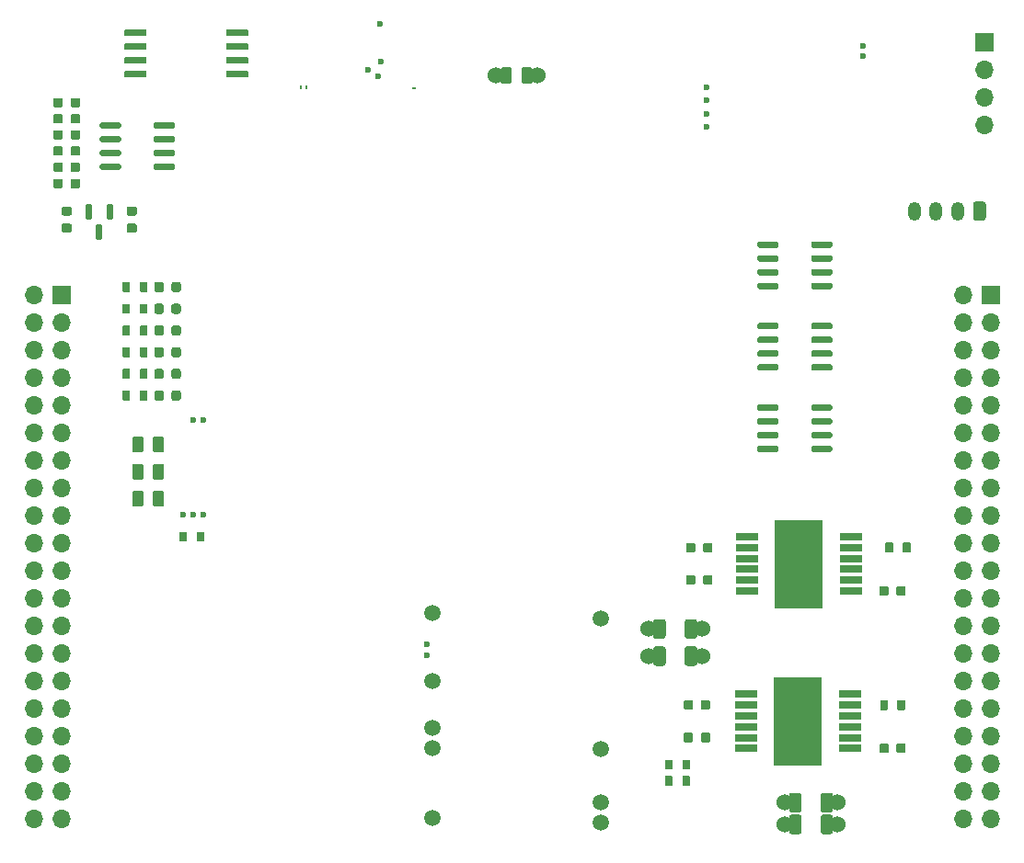
<source format=gts>
G04 #@! TF.GenerationSoftware,KiCad,Pcbnew,8.0.7-8.0.7-0~ubuntu24.04.1*
G04 #@! TF.CreationDate,2025-01-02T17:27:40+00:00*
G04 #@! TF.ProjectId,stabildaytona,73746162-696c-4646-9179-746f6e612e6b,D*
G04 #@! TF.SameCoordinates,PX2faf080PY9896800*
G04 #@! TF.FileFunction,Soldermask,Top*
G04 #@! TF.FilePolarity,Negative*
%FSLAX46Y46*%
G04 Gerber Fmt 4.6, Leading zero omitted, Abs format (unit mm)*
G04 Created by KiCad (PCBNEW 8.0.7-8.0.7-0~ubuntu24.04.1) date 2025-01-02 17:27:40*
%MOMM*%
%LPD*%
G01*
G04 APERTURE LIST*
%ADD10C,1.500000*%
%ADD11C,0.600000*%
%ADD12R,1.700000X1.700000*%
%ADD13O,1.700000X1.700000*%
%ADD14O,1.200000X1.750000*%
%ADD15R,2.000000X0.650000*%
%ADD16R,4.500000X8.100000*%
%ADD17C,1.524000*%
%ADD18O,0.499999X0.250000*%
%ADD19O,0.250000X0.499999*%
%ADD20C,0.599999*%
G04 APERTURE END LIST*
G04 #@! TO.C,C28*
G36*
G01*
X5284999Y67660000D02*
X5284999Y68340000D01*
G75*
G02*
X5369999Y68425000I85000J0D01*
G01*
X6049999Y68425000D01*
G75*
G02*
X6134999Y68340000I0J-85000D01*
G01*
X6134999Y67660000D01*
G75*
G02*
X6049999Y67575000I-85000J0D01*
G01*
X5369999Y67575000D01*
G75*
G02*
X5284999Y67660000I0J85000D01*
G01*
G37*
G36*
G01*
X6865001Y67660000D02*
X6865001Y68340000D01*
G75*
G02*
X6950001Y68425000I85000J0D01*
G01*
X7630001Y68425000D01*
G75*
G02*
X7715001Y68340000I0J-85000D01*
G01*
X7715001Y67660000D01*
G75*
G02*
X7630001Y67575000I-85000J0D01*
G01*
X6950001Y67575000D01*
G75*
G02*
X6865001Y67660000I0J85000D01*
G01*
G37*
G04 #@! TD*
D10*
G04 #@! TO.C,M1*
X40125005Y3600003D03*
X40125005Y10000000D03*
X40125005Y11900003D03*
X40125005Y16200003D03*
D11*
X39675006Y18600000D03*
X39675006Y19600001D03*
D10*
X40125005Y22450003D03*
X55625002Y3150001D03*
X55625002Y5000000D03*
X55625002Y9950003D03*
X55625002Y22000001D03*
G04 #@! TD*
G04 #@! TO.C,F6*
G36*
G01*
X14562500Y52243750D02*
X14562500Y52756250D01*
G75*
G02*
X14781250Y52975000I218750J0D01*
G01*
X15218750Y52975000D01*
G75*
G02*
X15437500Y52756250I0J-218750D01*
G01*
X15437500Y52243750D01*
G75*
G02*
X15218750Y52025000I-218750J0D01*
G01*
X14781250Y52025000D01*
G75*
G02*
X14562500Y52243750I0J218750D01*
G01*
G37*
G36*
G01*
X16137500Y52243750D02*
X16137500Y52756250D01*
G75*
G02*
X16356250Y52975000I218750J0D01*
G01*
X16793750Y52975000D01*
G75*
G02*
X17012500Y52756250I0J-218750D01*
G01*
X17012500Y52243750D01*
G75*
G02*
X16793750Y52025000I-218750J0D01*
G01*
X16356250Y52025000D01*
G75*
G02*
X16137500Y52243750I0J218750D01*
G01*
G37*
G04 #@! TD*
D12*
G04 #@! TO.C,BLUETOOTH1*
X91000000Y75040000D03*
D13*
X91000000Y72500000D03*
X91000000Y69960000D03*
X91000000Y67420000D03*
G04 #@! TD*
G04 #@! TO.C,L1*
G36*
G01*
X6756250Y57487500D02*
X6243750Y57487500D01*
G75*
G02*
X6025000Y57706250I0J218750D01*
G01*
X6025000Y58143750D01*
G75*
G02*
X6243750Y58362500I218750J0D01*
G01*
X6756250Y58362500D01*
G75*
G02*
X6975000Y58143750I0J-218750D01*
G01*
X6975000Y57706250D01*
G75*
G02*
X6756250Y57487500I-218750J0D01*
G01*
G37*
G36*
G01*
X6756250Y59062500D02*
X6243750Y59062500D01*
G75*
G02*
X6025000Y59281250I0J218750D01*
G01*
X6025000Y59718750D01*
G75*
G02*
X6243750Y59937500I218750J0D01*
G01*
X6756250Y59937500D01*
G75*
G02*
X6975000Y59718750I0J-218750D01*
G01*
X6975000Y59281250D01*
G75*
G02*
X6756250Y59062500I-218750J0D01*
G01*
G37*
G04 #@! TD*
G04 #@! TO.C,R9*
G36*
G01*
X81850000Y28110000D02*
X81850000Y28890000D01*
G75*
G02*
X81920000Y28960000I70000J0D01*
G01*
X82480000Y28960000D01*
G75*
G02*
X82550000Y28890000I0J-70000D01*
G01*
X82550000Y28110000D01*
G75*
G02*
X82480000Y28040000I-70000J0D01*
G01*
X81920000Y28040000D01*
G75*
G02*
X81850000Y28110000I0J70000D01*
G01*
G37*
G36*
G01*
X83450000Y28110000D02*
X83450000Y28890000D01*
G75*
G02*
X83520000Y28960000I70000J0D01*
G01*
X84080000Y28960000D01*
G75*
G02*
X84150000Y28890000I0J-70000D01*
G01*
X84150000Y28110000D01*
G75*
G02*
X84080000Y28040000I-70000J0D01*
G01*
X83520000Y28040000D01*
G75*
G02*
X83450000Y28110000I0J70000D01*
G01*
G37*
G04 #@! TD*
G04 #@! TO.C,USB1*
G36*
G01*
X91100000Y60125000D02*
X91100000Y58875000D01*
G75*
G02*
X90850000Y58625000I-250000J0D01*
G01*
X90150000Y58625000D01*
G75*
G02*
X89900000Y58875000I0J250000D01*
G01*
X89900000Y60125000D01*
G75*
G02*
X90150000Y60375000I250000J0D01*
G01*
X90850000Y60375000D01*
G75*
G02*
X91100000Y60125000I0J-250000D01*
G01*
G37*
D14*
X88500000Y59500000D03*
X86500000Y59500000D03*
X84500000Y59500000D03*
G04 #@! TD*
D15*
G04 #@! TO.C,U1*
X69075000Y29500000D03*
X69075000Y28500000D03*
X69075000Y27500000D03*
X69075000Y26500000D03*
X69075000Y25500000D03*
X69075000Y24500000D03*
X78675000Y24500000D03*
X78675000Y25500000D03*
X78675000Y26500000D03*
X78675000Y27500000D03*
X78675000Y28500000D03*
X78675000Y29500000D03*
D16*
X73875000Y27000000D03*
G04 #@! TD*
G04 #@! TO.C,C31*
G36*
G01*
X5284999Y63190000D02*
X5284999Y63870000D01*
G75*
G02*
X5369999Y63955000I85000J0D01*
G01*
X6049999Y63955000D01*
G75*
G02*
X6134999Y63870000I0J-85000D01*
G01*
X6134999Y63190000D01*
G75*
G02*
X6049999Y63105000I-85000J0D01*
G01*
X5369999Y63105000D01*
G75*
G02*
X5284999Y63190000I0J85000D01*
G01*
G37*
G36*
G01*
X6865001Y63190000D02*
X6865001Y63870000D01*
G75*
G02*
X6950001Y63955000I85000J0D01*
G01*
X7630001Y63955000D01*
G75*
G02*
X7715001Y63870000I0J-85000D01*
G01*
X7715001Y63190000D01*
G75*
G02*
X7630001Y63105000I-85000J0D01*
G01*
X6950001Y63105000D01*
G75*
G02*
X6865001Y63190000I0J85000D01*
G01*
G37*
G04 #@! TD*
G04 #@! TO.C,R8*
G36*
G01*
X12549999Y32369144D02*
X12549999Y33619144D01*
G75*
G02*
X12649999Y33719144I100000J0D01*
G01*
X13449999Y33719144D01*
G75*
G02*
X13549999Y33619144I0J-100000D01*
G01*
X13549999Y32369144D01*
G75*
G02*
X13449999Y32269144I-100000J0D01*
G01*
X12649999Y32269144D01*
G75*
G02*
X12549999Y32369144I0J100000D01*
G01*
G37*
G36*
G01*
X14450021Y32369144D02*
X14450021Y33619144D01*
G75*
G02*
X14550021Y33719144I100000J0D01*
G01*
X15350021Y33719144D01*
G75*
G02*
X15450021Y33619144I0J-100000D01*
G01*
X15450021Y32369144D01*
G75*
G02*
X15350021Y32269144I-100000J0D01*
G01*
X14550021Y32269144D01*
G75*
G02*
X14450021Y32369144I0J100000D01*
G01*
G37*
G04 #@! TD*
G04 #@! TO.C,C29*
G36*
G01*
X5284999Y66190000D02*
X5284999Y66870000D01*
G75*
G02*
X5369999Y66955000I85000J0D01*
G01*
X6049999Y66955000D01*
G75*
G02*
X6134999Y66870000I0J-85000D01*
G01*
X6134999Y66190000D01*
G75*
G02*
X6049999Y66105000I-85000J0D01*
G01*
X5369999Y66105000D01*
G75*
G02*
X5284999Y66190000I0J85000D01*
G01*
G37*
G36*
G01*
X6865001Y66190000D02*
X6865001Y66870000D01*
G75*
G02*
X6950001Y66955000I85000J0D01*
G01*
X7630001Y66955000D01*
G75*
G02*
X7715001Y66870000I0J-85000D01*
G01*
X7715001Y66190000D01*
G75*
G02*
X7630001Y66105000I-85000J0D01*
G01*
X6950001Y66105000D01*
G75*
G02*
X6865001Y66190000I0J85000D01*
G01*
G37*
G04 #@! TD*
G04 #@! TO.C,C30*
G36*
G01*
X5284999Y64690000D02*
X5284999Y65370000D01*
G75*
G02*
X5369999Y65455000I85000J0D01*
G01*
X6049999Y65455000D01*
G75*
G02*
X6134999Y65370000I0J-85000D01*
G01*
X6134999Y64690000D01*
G75*
G02*
X6049999Y64605000I-85000J0D01*
G01*
X5369999Y64605000D01*
G75*
G02*
X5284999Y64690000I0J85000D01*
G01*
G37*
G36*
G01*
X6865001Y64690000D02*
X6865001Y65370000D01*
G75*
G02*
X6950001Y65455000I85000J0D01*
G01*
X7630001Y65455000D01*
G75*
G02*
X7715001Y65370000I0J-85000D01*
G01*
X7715001Y64690000D01*
G75*
G02*
X7630001Y64605000I-85000J0D01*
G01*
X6950001Y64605000D01*
G75*
G02*
X6865001Y64690000I0J85000D01*
G01*
G37*
G04 #@! TD*
G04 #@! TO.C,R7*
G36*
G01*
X12549999Y34872072D02*
X12549999Y36122072D01*
G75*
G02*
X12649999Y36222072I100000J0D01*
G01*
X13449999Y36222072D01*
G75*
G02*
X13549999Y36122072I0J-100000D01*
G01*
X13549999Y34872072D01*
G75*
G02*
X13449999Y34772072I-100000J0D01*
G01*
X12649999Y34772072D01*
G75*
G02*
X12549999Y34872072I0J100000D01*
G01*
G37*
G36*
G01*
X14450021Y34872072D02*
X14450021Y36122072D01*
G75*
G02*
X14550021Y36222072I100000J0D01*
G01*
X15350021Y36222072D01*
G75*
G02*
X15450021Y36122072I0J-100000D01*
G01*
X15450021Y34872072D01*
G75*
G02*
X15350021Y34772072I-100000J0D01*
G01*
X14550021Y34772072D01*
G75*
G02*
X14450021Y34872072I0J100000D01*
G01*
G37*
G04 #@! TD*
D11*
G04 #@! TO.C,M2*
X19074999Y31525000D03*
X18124999Y31525000D03*
X17175001Y31525000D03*
X18174999Y40225000D03*
X19074999Y40225000D03*
G04 #@! TD*
D15*
G04 #@! TO.C,U2*
X69000000Y15000000D03*
X69000000Y14000000D03*
X69000000Y13000000D03*
X69000000Y12000000D03*
X69000000Y11000000D03*
X69000000Y10000000D03*
X78600000Y10000000D03*
X78600000Y11000000D03*
X78600000Y12000000D03*
X78600000Y13000000D03*
X78600000Y14000000D03*
X78600000Y15000000D03*
D16*
X73800000Y12500000D03*
G04 #@! TD*
G04 #@! TO.C,R21*
G36*
G01*
X11637500Y50110000D02*
X11637500Y50890000D01*
G75*
G02*
X11707500Y50960000I70000J0D01*
G01*
X12267500Y50960000D01*
G75*
G02*
X12337500Y50890000I0J-70000D01*
G01*
X12337500Y50110000D01*
G75*
G02*
X12267500Y50040000I-70000J0D01*
G01*
X11707500Y50040000D01*
G75*
G02*
X11637500Y50110000I0J70000D01*
G01*
G37*
G36*
G01*
X13237500Y50110000D02*
X13237500Y50890000D01*
G75*
G02*
X13307500Y50960000I70000J0D01*
G01*
X13867500Y50960000D01*
G75*
G02*
X13937500Y50890000I0J-70000D01*
G01*
X13937500Y50110000D01*
G75*
G02*
X13867500Y50040000I-70000J0D01*
G01*
X13307500Y50040000D01*
G75*
G02*
X13237500Y50110000I0J70000D01*
G01*
G37*
G04 #@! TD*
G04 #@! TO.C,C13*
G36*
G01*
X83715001Y24840000D02*
X83715001Y24160000D01*
G75*
G02*
X83630001Y24075000I-85000J0D01*
G01*
X82950001Y24075000D01*
G75*
G02*
X82865001Y24160000I0J85000D01*
G01*
X82865001Y24840000D01*
G75*
G02*
X82950001Y24925000I85000J0D01*
G01*
X83630001Y24925000D01*
G75*
G02*
X83715001Y24840000I0J-85000D01*
G01*
G37*
G36*
G01*
X82134999Y24840000D02*
X82134999Y24160000D01*
G75*
G02*
X82049999Y24075000I-85000J0D01*
G01*
X81369999Y24075000D01*
G75*
G02*
X81284999Y24160000I0J85000D01*
G01*
X81284999Y24840000D01*
G75*
G02*
X81369999Y24925000I85000J0D01*
G01*
X82049999Y24925000D01*
G75*
G02*
X82134999Y24840000I0J-85000D01*
G01*
G37*
G04 #@! TD*
G04 #@! TO.C,C27*
G36*
G01*
X5284999Y69160000D02*
X5284999Y69840000D01*
G75*
G02*
X5369999Y69925000I85000J0D01*
G01*
X6049999Y69925000D01*
G75*
G02*
X6134999Y69840000I0J-85000D01*
G01*
X6134999Y69160000D01*
G75*
G02*
X6049999Y69075000I-85000J0D01*
G01*
X5369999Y69075000D01*
G75*
G02*
X5284999Y69160000I0J85000D01*
G01*
G37*
G36*
G01*
X6865001Y69160000D02*
X6865001Y69840000D01*
G75*
G02*
X6950001Y69925000I85000J0D01*
G01*
X7630001Y69925000D01*
G75*
G02*
X7715001Y69840000I0J-85000D01*
G01*
X7715001Y69160000D01*
G75*
G02*
X7630001Y69075000I-85000J0D01*
G01*
X6950001Y69075000D01*
G75*
G02*
X6865001Y69160000I0J85000D01*
G01*
G37*
G04 #@! TD*
G04 #@! TO.C,C25*
G36*
G01*
X63284999Y10660000D02*
X63284999Y11340000D01*
G75*
G02*
X63369999Y11425000I85000J0D01*
G01*
X64049999Y11425000D01*
G75*
G02*
X64134999Y11340000I0J-85000D01*
G01*
X64134999Y10660000D01*
G75*
G02*
X64049999Y10575000I-85000J0D01*
G01*
X63369999Y10575000D01*
G75*
G02*
X63284999Y10660000I0J85000D01*
G01*
G37*
G36*
G01*
X64865001Y10660000D02*
X64865001Y11340000D01*
G75*
G02*
X64950001Y11425000I85000J0D01*
G01*
X65630001Y11425000D01*
G75*
G02*
X65715001Y11340000I0J-85000D01*
G01*
X65715001Y10660000D01*
G75*
G02*
X65630001Y10575000I-85000J0D01*
G01*
X64950001Y10575000D01*
G75*
G02*
X64865001Y10660000I0J85000D01*
G01*
G37*
G04 #@! TD*
D17*
G04 #@! TO.C,F1*
X77450000Y5000000D03*
G36*
G01*
X76105010Y5900000D02*
X76795010Y5900000D01*
G75*
G02*
X77025010Y5670000I0J-230000D01*
G01*
X77025010Y4330000D01*
G75*
G02*
X76795010Y4100000I-230000J0D01*
G01*
X76105010Y4100000D01*
G75*
G02*
X75875010Y4330000I0J230000D01*
G01*
X75875010Y5670000D01*
G75*
G02*
X76105010Y5900000I230000J0D01*
G01*
G37*
G36*
G01*
X73204990Y5900000D02*
X73894990Y5900000D01*
G75*
G02*
X74124990Y5670000I0J-230000D01*
G01*
X74124990Y4330000D01*
G75*
G02*
X73894990Y4100000I-230000J0D01*
G01*
X73204990Y4100000D01*
G75*
G02*
X72974990Y4330000I0J230000D01*
G01*
X72974990Y5670000D01*
G75*
G02*
X73204990Y5900000I230000J0D01*
G01*
G37*
X72550000Y5000000D03*
G04 #@! TD*
G04 #@! TO.C,U4*
G36*
G01*
X9550000Y67255000D02*
X9550000Y67555000D01*
G75*
G02*
X9700000Y67705000I150000J0D01*
G01*
X11350000Y67705000D01*
G75*
G02*
X11500000Y67555000I0J-150000D01*
G01*
X11500000Y67255000D01*
G75*
G02*
X11350000Y67105000I-150000J0D01*
G01*
X9700000Y67105000D01*
G75*
G02*
X9550000Y67255000I0J150000D01*
G01*
G37*
G36*
G01*
X9550000Y65985000D02*
X9550000Y66285000D01*
G75*
G02*
X9700000Y66435000I150000J0D01*
G01*
X11350000Y66435000D01*
G75*
G02*
X11500000Y66285000I0J-150000D01*
G01*
X11500000Y65985000D01*
G75*
G02*
X11350000Y65835000I-150000J0D01*
G01*
X9700000Y65835000D01*
G75*
G02*
X9550000Y65985000I0J150000D01*
G01*
G37*
G36*
G01*
X9550000Y64715000D02*
X9550000Y65015000D01*
G75*
G02*
X9700000Y65165000I150000J0D01*
G01*
X11350000Y65165000D01*
G75*
G02*
X11500000Y65015000I0J-150000D01*
G01*
X11500000Y64715000D01*
G75*
G02*
X11350000Y64565000I-150000J0D01*
G01*
X9700000Y64565000D01*
G75*
G02*
X9550000Y64715000I0J150000D01*
G01*
G37*
G36*
G01*
X9550000Y63445000D02*
X9550000Y63745000D01*
G75*
G02*
X9700000Y63895000I150000J0D01*
G01*
X11350000Y63895000D01*
G75*
G02*
X11500000Y63745000I0J-150000D01*
G01*
X11500000Y63445000D01*
G75*
G02*
X11350000Y63295000I-150000J0D01*
G01*
X9700000Y63295000D01*
G75*
G02*
X9550000Y63445000I0J150000D01*
G01*
G37*
G36*
G01*
X14500000Y63445000D02*
X14500000Y63745000D01*
G75*
G02*
X14650000Y63895000I150000J0D01*
G01*
X16300000Y63895000D01*
G75*
G02*
X16450000Y63745000I0J-150000D01*
G01*
X16450000Y63445000D01*
G75*
G02*
X16300000Y63295000I-150000J0D01*
G01*
X14650000Y63295000D01*
G75*
G02*
X14500000Y63445000I0J150000D01*
G01*
G37*
G36*
G01*
X14500000Y64715000D02*
X14500000Y65015000D01*
G75*
G02*
X14650000Y65165000I150000J0D01*
G01*
X16300000Y65165000D01*
G75*
G02*
X16450000Y65015000I0J-150000D01*
G01*
X16450000Y64715000D01*
G75*
G02*
X16300000Y64565000I-150000J0D01*
G01*
X14650000Y64565000D01*
G75*
G02*
X14500000Y64715000I0J150000D01*
G01*
G37*
G36*
G01*
X14500000Y65985000D02*
X14500000Y66285000D01*
G75*
G02*
X14650000Y66435000I150000J0D01*
G01*
X16300000Y66435000D01*
G75*
G02*
X16450000Y66285000I0J-150000D01*
G01*
X16450000Y65985000D01*
G75*
G02*
X16300000Y65835000I-150000J0D01*
G01*
X14650000Y65835000D01*
G75*
G02*
X14500000Y65985000I0J150000D01*
G01*
G37*
G36*
G01*
X14500000Y67255000D02*
X14500000Y67555000D01*
G75*
G02*
X14650000Y67705000I150000J0D01*
G01*
X16300000Y67705000D01*
G75*
G02*
X16450000Y67555000I0J-150000D01*
G01*
X16450000Y67255000D01*
G75*
G02*
X16300000Y67105000I-150000J0D01*
G01*
X14650000Y67105000D01*
G75*
G02*
X14500000Y67255000I0J150000D01*
G01*
G37*
G04 #@! TD*
G04 #@! TO.C,D8*
G36*
G01*
X10300000Y60175000D02*
X10600000Y60175000D01*
G75*
G02*
X10750000Y60025000I0J-150000D01*
G01*
X10750000Y58850000D01*
G75*
G02*
X10600000Y58700000I-150000J0D01*
G01*
X10300000Y58700000D01*
G75*
G02*
X10150000Y58850000I0J150000D01*
G01*
X10150000Y60025000D01*
G75*
G02*
X10300000Y60175000I150000J0D01*
G01*
G37*
G36*
G01*
X8400000Y60175000D02*
X8700000Y60175000D01*
G75*
G02*
X8850000Y60025000I0J-150000D01*
G01*
X8850000Y58850000D01*
G75*
G02*
X8700000Y58700000I-150000J0D01*
G01*
X8400000Y58700000D01*
G75*
G02*
X8250000Y58850000I0J150000D01*
G01*
X8250000Y60025000D01*
G75*
G02*
X8400000Y60175000I150000J0D01*
G01*
G37*
G36*
G01*
X9350000Y58300000D02*
X9650000Y58300000D01*
G75*
G02*
X9800000Y58150000I0J-150000D01*
G01*
X9800000Y56975000D01*
G75*
G02*
X9650000Y56825000I-150000J0D01*
G01*
X9350000Y56825000D01*
G75*
G02*
X9200000Y56975000I0J150000D01*
G01*
X9200000Y58150000D01*
G75*
G02*
X9350000Y58300000I150000J0D01*
G01*
G37*
G04 #@! TD*
G04 #@! TO.C,U9*
G36*
G01*
X70050000Y56255000D02*
X70050000Y56555000D01*
G75*
G02*
X70200000Y56705000I150000J0D01*
G01*
X71850000Y56705000D01*
G75*
G02*
X72000000Y56555000I0J-150000D01*
G01*
X72000000Y56255000D01*
G75*
G02*
X71850000Y56105000I-150000J0D01*
G01*
X70200000Y56105000D01*
G75*
G02*
X70050000Y56255000I0J150000D01*
G01*
G37*
G36*
G01*
X70050000Y54985000D02*
X70050000Y55285000D01*
G75*
G02*
X70200000Y55435000I150000J0D01*
G01*
X71850000Y55435000D01*
G75*
G02*
X72000000Y55285000I0J-150000D01*
G01*
X72000000Y54985000D01*
G75*
G02*
X71850000Y54835000I-150000J0D01*
G01*
X70200000Y54835000D01*
G75*
G02*
X70050000Y54985000I0J150000D01*
G01*
G37*
G36*
G01*
X70050000Y53715000D02*
X70050000Y54015000D01*
G75*
G02*
X70200000Y54165000I150000J0D01*
G01*
X71850000Y54165000D01*
G75*
G02*
X72000000Y54015000I0J-150000D01*
G01*
X72000000Y53715000D01*
G75*
G02*
X71850000Y53565000I-150000J0D01*
G01*
X70200000Y53565000D01*
G75*
G02*
X70050000Y53715000I0J150000D01*
G01*
G37*
G36*
G01*
X70050000Y52445000D02*
X70050000Y52745000D01*
G75*
G02*
X70200000Y52895000I150000J0D01*
G01*
X71850000Y52895000D01*
G75*
G02*
X72000000Y52745000I0J-150000D01*
G01*
X72000000Y52445000D01*
G75*
G02*
X71850000Y52295000I-150000J0D01*
G01*
X70200000Y52295000D01*
G75*
G02*
X70050000Y52445000I0J150000D01*
G01*
G37*
G36*
G01*
X75000000Y52445000D02*
X75000000Y52745000D01*
G75*
G02*
X75150000Y52895000I150000J0D01*
G01*
X76800000Y52895000D01*
G75*
G02*
X76950000Y52745000I0J-150000D01*
G01*
X76950000Y52445000D01*
G75*
G02*
X76800000Y52295000I-150000J0D01*
G01*
X75150000Y52295000D01*
G75*
G02*
X75000000Y52445000I0J150000D01*
G01*
G37*
G36*
G01*
X75000000Y53715000D02*
X75000000Y54015000D01*
G75*
G02*
X75150000Y54165000I150000J0D01*
G01*
X76800000Y54165000D01*
G75*
G02*
X76950000Y54015000I0J-150000D01*
G01*
X76950000Y53715000D01*
G75*
G02*
X76800000Y53565000I-150000J0D01*
G01*
X75150000Y53565000D01*
G75*
G02*
X75000000Y53715000I0J150000D01*
G01*
G37*
G36*
G01*
X75000000Y54985000D02*
X75000000Y55285000D01*
G75*
G02*
X75150000Y55435000I150000J0D01*
G01*
X76800000Y55435000D01*
G75*
G02*
X76950000Y55285000I0J-150000D01*
G01*
X76950000Y54985000D01*
G75*
G02*
X76800000Y54835000I-150000J0D01*
G01*
X75150000Y54835000D01*
G75*
G02*
X75000000Y54985000I0J150000D01*
G01*
G37*
G36*
G01*
X75000000Y56255000D02*
X75000000Y56555000D01*
G75*
G02*
X75150000Y56705000I150000J0D01*
G01*
X76800000Y56705000D01*
G75*
G02*
X76950000Y56555000I0J-150000D01*
G01*
X76950000Y56255000D01*
G75*
G02*
X76800000Y56105000I-150000J0D01*
G01*
X75150000Y56105000D01*
G75*
G02*
X75000000Y56255000I0J150000D01*
G01*
G37*
G04 #@! TD*
G04 #@! TO.C,L2*
G36*
G01*
X12756250Y57487500D02*
X12243750Y57487500D01*
G75*
G02*
X12025000Y57706250I0J218750D01*
G01*
X12025000Y58143750D01*
G75*
G02*
X12243750Y58362500I218750J0D01*
G01*
X12756250Y58362500D01*
G75*
G02*
X12975000Y58143750I0J-218750D01*
G01*
X12975000Y57706250D01*
G75*
G02*
X12756250Y57487500I-218750J0D01*
G01*
G37*
G36*
G01*
X12756250Y59062500D02*
X12243750Y59062500D01*
G75*
G02*
X12025000Y59281250I0J218750D01*
G01*
X12025000Y59718750D01*
G75*
G02*
X12243750Y59937500I218750J0D01*
G01*
X12756250Y59937500D01*
G75*
G02*
X12975000Y59718750I0J-218750D01*
G01*
X12975000Y59281250D01*
G75*
G02*
X12756250Y59062500I-218750J0D01*
G01*
G37*
G04 #@! TD*
G04 #@! TO.C,U10*
G36*
G01*
X70050000Y48755000D02*
X70050000Y49055000D01*
G75*
G02*
X70200000Y49205000I150000J0D01*
G01*
X71850000Y49205000D01*
G75*
G02*
X72000000Y49055000I0J-150000D01*
G01*
X72000000Y48755000D01*
G75*
G02*
X71850000Y48605000I-150000J0D01*
G01*
X70200000Y48605000D01*
G75*
G02*
X70050000Y48755000I0J150000D01*
G01*
G37*
G36*
G01*
X70050000Y47485000D02*
X70050000Y47785000D01*
G75*
G02*
X70200000Y47935000I150000J0D01*
G01*
X71850000Y47935000D01*
G75*
G02*
X72000000Y47785000I0J-150000D01*
G01*
X72000000Y47485000D01*
G75*
G02*
X71850000Y47335000I-150000J0D01*
G01*
X70200000Y47335000D01*
G75*
G02*
X70050000Y47485000I0J150000D01*
G01*
G37*
G36*
G01*
X70050000Y46215000D02*
X70050000Y46515000D01*
G75*
G02*
X70200000Y46665000I150000J0D01*
G01*
X71850000Y46665000D01*
G75*
G02*
X72000000Y46515000I0J-150000D01*
G01*
X72000000Y46215000D01*
G75*
G02*
X71850000Y46065000I-150000J0D01*
G01*
X70200000Y46065000D01*
G75*
G02*
X70050000Y46215000I0J150000D01*
G01*
G37*
G36*
G01*
X70050000Y44945000D02*
X70050000Y45245000D01*
G75*
G02*
X70200000Y45395000I150000J0D01*
G01*
X71850000Y45395000D01*
G75*
G02*
X72000000Y45245000I0J-150000D01*
G01*
X72000000Y44945000D01*
G75*
G02*
X71850000Y44795000I-150000J0D01*
G01*
X70200000Y44795000D01*
G75*
G02*
X70050000Y44945000I0J150000D01*
G01*
G37*
G36*
G01*
X75000000Y44945000D02*
X75000000Y45245000D01*
G75*
G02*
X75150000Y45395000I150000J0D01*
G01*
X76800000Y45395000D01*
G75*
G02*
X76950000Y45245000I0J-150000D01*
G01*
X76950000Y44945000D01*
G75*
G02*
X76800000Y44795000I-150000J0D01*
G01*
X75150000Y44795000D01*
G75*
G02*
X75000000Y44945000I0J150000D01*
G01*
G37*
G36*
G01*
X75000000Y46215000D02*
X75000000Y46515000D01*
G75*
G02*
X75150000Y46665000I150000J0D01*
G01*
X76800000Y46665000D01*
G75*
G02*
X76950000Y46515000I0J-150000D01*
G01*
X76950000Y46215000D01*
G75*
G02*
X76800000Y46065000I-150000J0D01*
G01*
X75150000Y46065000D01*
G75*
G02*
X75000000Y46215000I0J150000D01*
G01*
G37*
G36*
G01*
X75000000Y47485000D02*
X75000000Y47785000D01*
G75*
G02*
X75150000Y47935000I150000J0D01*
G01*
X76800000Y47935000D01*
G75*
G02*
X76950000Y47785000I0J-150000D01*
G01*
X76950000Y47485000D01*
G75*
G02*
X76800000Y47335000I-150000J0D01*
G01*
X75150000Y47335000D01*
G75*
G02*
X75000000Y47485000I0J150000D01*
G01*
G37*
G36*
G01*
X75000000Y48755000D02*
X75000000Y49055000D01*
G75*
G02*
X75150000Y49205000I150000J0D01*
G01*
X76800000Y49205000D01*
G75*
G02*
X76950000Y49055000I0J-150000D01*
G01*
X76950000Y48755000D01*
G75*
G02*
X76800000Y48605000I-150000J0D01*
G01*
X75150000Y48605000D01*
G75*
G02*
X75000000Y48755000I0J150000D01*
G01*
G37*
G04 #@! TD*
D18*
G04 #@! TO.C,CAN1*
X38437495Y70856666D03*
D19*
X28087501Y70906664D03*
X28587502Y70906664D03*
D20*
X35137499Y71956662D03*
X34262497Y72481662D03*
X35437501Y73231660D03*
X35362498Y76781661D03*
G04 #@! TD*
G04 #@! TO.C,F7*
G36*
G01*
X14562500Y48243750D02*
X14562500Y48756250D01*
G75*
G02*
X14781250Y48975000I218750J0D01*
G01*
X15218750Y48975000D01*
G75*
G02*
X15437500Y48756250I0J-218750D01*
G01*
X15437500Y48243750D01*
G75*
G02*
X15218750Y48025000I-218750J0D01*
G01*
X14781250Y48025000D01*
G75*
G02*
X14562500Y48243750I0J218750D01*
G01*
G37*
G36*
G01*
X16137500Y48243750D02*
X16137500Y48756250D01*
G75*
G02*
X16356250Y48975000I218750J0D01*
G01*
X16793750Y48975000D01*
G75*
G02*
X17012500Y48756250I0J-218750D01*
G01*
X17012500Y48243750D01*
G75*
G02*
X16793750Y48025000I-218750J0D01*
G01*
X16356250Y48025000D01*
G75*
G02*
X16137500Y48243750I0J218750D01*
G01*
G37*
G04 #@! TD*
D17*
G04 #@! TO.C,R4*
X49810000Y72000000D03*
G36*
G01*
X49355001Y72625000D02*
X49355001Y71375000D01*
G75*
G02*
X49255001Y71275000I-100000J0D01*
G01*
X48455001Y71275000D01*
G75*
G02*
X48355001Y71375000I0J100000D01*
G01*
X48355001Y72625000D01*
G75*
G02*
X48455001Y72725000I100000J0D01*
G01*
X49255001Y72725000D01*
G75*
G02*
X49355001Y72625000I0J-100000D01*
G01*
G37*
G36*
G01*
X47454979Y72625000D02*
X47454979Y71375000D01*
G75*
G02*
X47354979Y71275000I-100000J0D01*
G01*
X46554979Y71275000D01*
G75*
G02*
X46454979Y71375000I0J100000D01*
G01*
X46454979Y72625000D01*
G75*
G02*
X46554979Y72725000I100000J0D01*
G01*
X47354979Y72725000D01*
G75*
G02*
X47454979Y72625000I0J-100000D01*
G01*
G37*
X46000000Y72000000D03*
G04 #@! TD*
G04 #@! TO.C,R2*
G36*
G01*
X61550000Y8110000D02*
X61550000Y8890000D01*
G75*
G02*
X61620000Y8960000I70000J0D01*
G01*
X62180000Y8960000D01*
G75*
G02*
X62250000Y8890000I0J-70000D01*
G01*
X62250000Y8110000D01*
G75*
G02*
X62180000Y8040000I-70000J0D01*
G01*
X61620000Y8040000D01*
G75*
G02*
X61550000Y8110000I0J70000D01*
G01*
G37*
G36*
G01*
X63150000Y8110000D02*
X63150000Y8890000D01*
G75*
G02*
X63220000Y8960000I70000J0D01*
G01*
X63780000Y8960000D01*
G75*
G02*
X63850000Y8890000I0J-70000D01*
G01*
X63850000Y8110000D01*
G75*
G02*
X63780000Y8040000I-70000J0D01*
G01*
X63220000Y8040000D01*
G75*
G02*
X63150000Y8110000I0J70000D01*
G01*
G37*
G04 #@! TD*
G04 #@! TO.C,C26*
G36*
G01*
X83715001Y10340000D02*
X83715001Y9660000D01*
G75*
G02*
X83630001Y9575000I-85000J0D01*
G01*
X82950001Y9575000D01*
G75*
G02*
X82865001Y9660000I0J85000D01*
G01*
X82865001Y10340000D01*
G75*
G02*
X82950001Y10425000I85000J0D01*
G01*
X83630001Y10425000D01*
G75*
G02*
X83715001Y10340000I0J-85000D01*
G01*
G37*
G36*
G01*
X82134999Y10340000D02*
X82134999Y9660000D01*
G75*
G02*
X82049999Y9575000I-85000J0D01*
G01*
X81369999Y9575000D01*
G75*
G02*
X81284999Y9660000I0J85000D01*
G01*
X81284999Y10340000D01*
G75*
G02*
X81369999Y10425000I85000J0D01*
G01*
X82049999Y10425000D01*
G75*
G02*
X82134999Y10340000I0J-85000D01*
G01*
G37*
G04 #@! TD*
G04 #@! TO.C,R6*
G36*
G01*
X16850000Y29110000D02*
X16850000Y29890000D01*
G75*
G02*
X16920000Y29960000I70000J0D01*
G01*
X17480000Y29960000D01*
G75*
G02*
X17550000Y29890000I0J-70000D01*
G01*
X17550000Y29110000D01*
G75*
G02*
X17480000Y29040000I-70000J0D01*
G01*
X16920000Y29040000D01*
G75*
G02*
X16850000Y29110000I0J70000D01*
G01*
G37*
G36*
G01*
X18450000Y29110000D02*
X18450000Y29890000D01*
G75*
G02*
X18520000Y29960000I70000J0D01*
G01*
X19080000Y29960000D01*
G75*
G02*
X19150000Y29890000I0J-70000D01*
G01*
X19150000Y29110000D01*
G75*
G02*
X19080000Y29040000I-70000J0D01*
G01*
X18520000Y29040000D01*
G75*
G02*
X18450000Y29110000I0J70000D01*
G01*
G37*
G04 #@! TD*
G04 #@! TO.C,R20*
G36*
G01*
X11637500Y52110000D02*
X11637500Y52890000D01*
G75*
G02*
X11707500Y52960000I70000J0D01*
G01*
X12267500Y52960000D01*
G75*
G02*
X12337500Y52890000I0J-70000D01*
G01*
X12337500Y52110000D01*
G75*
G02*
X12267500Y52040000I-70000J0D01*
G01*
X11707500Y52040000D01*
G75*
G02*
X11637500Y52110000I0J70000D01*
G01*
G37*
G36*
G01*
X13237500Y52110000D02*
X13237500Y52890000D01*
G75*
G02*
X13307500Y52960000I70000J0D01*
G01*
X13867500Y52960000D01*
G75*
G02*
X13937500Y52890000I0J-70000D01*
G01*
X13937500Y52110000D01*
G75*
G02*
X13867500Y52040000I-70000J0D01*
G01*
X13307500Y52040000D01*
G75*
G02*
X13237500Y52110000I0J70000D01*
G01*
G37*
G04 #@! TD*
G04 #@! TO.C,R26*
G36*
G01*
X11637500Y46110000D02*
X11637500Y46890000D01*
G75*
G02*
X11707500Y46960000I70000J0D01*
G01*
X12267500Y46960000D01*
G75*
G02*
X12337500Y46890000I0J-70000D01*
G01*
X12337500Y46110000D01*
G75*
G02*
X12267500Y46040000I-70000J0D01*
G01*
X11707500Y46040000D01*
G75*
G02*
X11637500Y46110000I0J70000D01*
G01*
G37*
G36*
G01*
X13237500Y46110000D02*
X13237500Y46890000D01*
G75*
G02*
X13307500Y46960000I70000J0D01*
G01*
X13867500Y46960000D01*
G75*
G02*
X13937500Y46890000I0J-70000D01*
G01*
X13937500Y46110000D01*
G75*
G02*
X13867500Y46040000I-70000J0D01*
G01*
X13307500Y46040000D01*
G75*
G02*
X13237500Y46110000I0J70000D01*
G01*
G37*
G04 #@! TD*
G04 #@! TO.C,R28*
G36*
G01*
X11637500Y42110000D02*
X11637500Y42890000D01*
G75*
G02*
X11707500Y42960000I70000J0D01*
G01*
X12267500Y42960000D01*
G75*
G02*
X12337500Y42890000I0J-70000D01*
G01*
X12337500Y42110000D01*
G75*
G02*
X12267500Y42040000I-70000J0D01*
G01*
X11707500Y42040000D01*
G75*
G02*
X11637500Y42110000I0J70000D01*
G01*
G37*
G36*
G01*
X13237500Y42110000D02*
X13237500Y42890000D01*
G75*
G02*
X13307500Y42960000I70000J0D01*
G01*
X13867500Y42960000D01*
G75*
G02*
X13937500Y42890000I0J-70000D01*
G01*
X13937500Y42110000D01*
G75*
G02*
X13867500Y42040000I-70000J0D01*
G01*
X13307500Y42040000D01*
G75*
G02*
X13237500Y42110000I0J70000D01*
G01*
G37*
G04 #@! TD*
G04 #@! TO.C,C11*
G36*
G01*
X63494998Y28160000D02*
X63494998Y28840000D01*
G75*
G02*
X63579998Y28925000I85000J0D01*
G01*
X64259998Y28925000D01*
G75*
G02*
X64344998Y28840000I0J-85000D01*
G01*
X64344998Y28160000D01*
G75*
G02*
X64259998Y28075000I-85000J0D01*
G01*
X63579998Y28075000D01*
G75*
G02*
X63494998Y28160000I0J85000D01*
G01*
G37*
G36*
G01*
X65075000Y28160000D02*
X65075000Y28840000D01*
G75*
G02*
X65160000Y28925000I85000J0D01*
G01*
X65840000Y28925000D01*
G75*
G02*
X65925000Y28840000I0J-85000D01*
G01*
X65925000Y28160000D01*
G75*
G02*
X65840000Y28075000I-85000J0D01*
G01*
X65160000Y28075000D01*
G75*
G02*
X65075000Y28160000I0J85000D01*
G01*
G37*
G04 #@! TD*
G04 #@! TO.C,R22*
G36*
G01*
X11637500Y48110000D02*
X11637500Y48890000D01*
G75*
G02*
X11707500Y48960000I70000J0D01*
G01*
X12267500Y48960000D01*
G75*
G02*
X12337500Y48890000I0J-70000D01*
G01*
X12337500Y48110000D01*
G75*
G02*
X12267500Y48040000I-70000J0D01*
G01*
X11707500Y48040000D01*
G75*
G02*
X11637500Y48110000I0J70000D01*
G01*
G37*
G36*
G01*
X13237500Y48110000D02*
X13237500Y48890000D01*
G75*
G02*
X13307500Y48960000I70000J0D01*
G01*
X13867500Y48960000D01*
G75*
G02*
X13937500Y48890000I0J-70000D01*
G01*
X13937500Y48110000D01*
G75*
G02*
X13867500Y48040000I-70000J0D01*
G01*
X13307500Y48040000D01*
G75*
G02*
X13237500Y48110000I0J70000D01*
G01*
G37*
G04 #@! TD*
G04 #@! TO.C,F8*
G36*
G01*
X14562500Y46243750D02*
X14562500Y46756250D01*
G75*
G02*
X14781250Y46975000I218750J0D01*
G01*
X15218750Y46975000D01*
G75*
G02*
X15437500Y46756250I0J-218750D01*
G01*
X15437500Y46243750D01*
G75*
G02*
X15218750Y46025000I-218750J0D01*
G01*
X14781250Y46025000D01*
G75*
G02*
X14562500Y46243750I0J218750D01*
G01*
G37*
G36*
G01*
X16137500Y46243750D02*
X16137500Y46756250D01*
G75*
G02*
X16356250Y46975000I218750J0D01*
G01*
X16793750Y46975000D01*
G75*
G02*
X17012500Y46756250I0J-218750D01*
G01*
X17012500Y46243750D01*
G75*
G02*
X16793750Y46025000I-218750J0D01*
G01*
X16356250Y46025000D01*
G75*
G02*
X16137500Y46243750I0J218750D01*
G01*
G37*
G04 #@! TD*
G04 #@! TO.C,C32*
G36*
G01*
X5284999Y61690000D02*
X5284999Y62370000D01*
G75*
G02*
X5369999Y62455000I85000J0D01*
G01*
X6049999Y62455000D01*
G75*
G02*
X6134999Y62370000I0J-85000D01*
G01*
X6134999Y61690000D01*
G75*
G02*
X6049999Y61605000I-85000J0D01*
G01*
X5369999Y61605000D01*
G75*
G02*
X5284999Y61690000I0J85000D01*
G01*
G37*
G36*
G01*
X6865001Y61690000D02*
X6865001Y62370000D01*
G75*
G02*
X6950001Y62455000I85000J0D01*
G01*
X7630001Y62455000D01*
G75*
G02*
X7715001Y62370000I0J-85000D01*
G01*
X7715001Y61690000D01*
G75*
G02*
X7630001Y61605000I-85000J0D01*
G01*
X6950001Y61605000D01*
G75*
G02*
X6865001Y61690000I0J85000D01*
G01*
G37*
G04 #@! TD*
G04 #@! TO.C,MAP1*
G36*
G01*
X23190000Y72348700D02*
X23190000Y71841300D01*
G75*
G02*
X23148700Y71800000I-41300J0D01*
G01*
X21211300Y71800000D01*
G75*
G02*
X21170000Y71841300I0J41300D01*
G01*
X21170000Y72348700D01*
G75*
G02*
X21211300Y72390000I41300J0D01*
G01*
X23148700Y72390000D01*
G75*
G02*
X23190000Y72348700I0J-41300D01*
G01*
G37*
G36*
G01*
X23190000Y73618700D02*
X23190000Y73111300D01*
G75*
G02*
X23148700Y73070000I-41300J0D01*
G01*
X21211300Y73070000D01*
G75*
G02*
X21170000Y73111300I0J41300D01*
G01*
X21170000Y73618700D01*
G75*
G02*
X21211300Y73660000I41300J0D01*
G01*
X23148700Y73660000D01*
G75*
G02*
X23190000Y73618700I0J-41300D01*
G01*
G37*
G36*
G01*
X23190000Y74888700D02*
X23190000Y74381300D01*
G75*
G02*
X23148700Y74340000I-41300J0D01*
G01*
X21211300Y74340000D01*
G75*
G02*
X21170000Y74381300I0J41300D01*
G01*
X21170000Y74888700D01*
G75*
G02*
X21211300Y74930000I41300J0D01*
G01*
X23148700Y74930000D01*
G75*
G02*
X23190000Y74888700I0J-41300D01*
G01*
G37*
G36*
G01*
X23190000Y76158700D02*
X23190000Y75651300D01*
G75*
G02*
X23148700Y75610000I-41300J0D01*
G01*
X21211300Y75610000D01*
G75*
G02*
X21170000Y75651300I0J41300D01*
G01*
X21170000Y76158700D01*
G75*
G02*
X21211300Y76200000I41300J0D01*
G01*
X23148700Y76200000D01*
G75*
G02*
X23190000Y76158700I0J-41300D01*
G01*
G37*
G36*
G01*
X13830000Y76158700D02*
X13830000Y75651300D01*
G75*
G02*
X13788700Y75610000I-41300J0D01*
G01*
X11851300Y75610000D01*
G75*
G02*
X11810000Y75651300I0J41300D01*
G01*
X11810000Y76158700D01*
G75*
G02*
X11851300Y76200000I41300J0D01*
G01*
X13788700Y76200000D01*
G75*
G02*
X13830000Y76158700I0J-41300D01*
G01*
G37*
G36*
G01*
X13830000Y74888700D02*
X13830000Y74381300D01*
G75*
G02*
X13788700Y74340000I-41300J0D01*
G01*
X11851300Y74340000D01*
G75*
G02*
X11810000Y74381300I0J41300D01*
G01*
X11810000Y74888700D01*
G75*
G02*
X11851300Y74930000I41300J0D01*
G01*
X13788700Y74930000D01*
G75*
G02*
X13830000Y74888700I0J-41300D01*
G01*
G37*
G36*
G01*
X13830000Y73618700D02*
X13830000Y73111300D01*
G75*
G02*
X13788700Y73070000I-41300J0D01*
G01*
X11851300Y73070000D01*
G75*
G02*
X11810000Y73111300I0J41300D01*
G01*
X11810000Y73618700D01*
G75*
G02*
X11851300Y73660000I41300J0D01*
G01*
X13788700Y73660000D01*
G75*
G02*
X13830000Y73618700I0J-41300D01*
G01*
G37*
G36*
G01*
X13830000Y72348700D02*
X13830000Y71841300D01*
G75*
G02*
X13788700Y71800000I-41300J0D01*
G01*
X11851300Y71800000D01*
G75*
G02*
X11810000Y71841300I0J41300D01*
G01*
X11810000Y72348700D01*
G75*
G02*
X11851300Y72390000I41300J0D01*
G01*
X13788700Y72390000D01*
G75*
G02*
X13830000Y72348700I0J-41300D01*
G01*
G37*
G04 #@! TD*
G04 #@! TO.C,C12*
G36*
G01*
X63494998Y25160000D02*
X63494998Y25840000D01*
G75*
G02*
X63579998Y25925000I85000J0D01*
G01*
X64259998Y25925000D01*
G75*
G02*
X64344998Y25840000I0J-85000D01*
G01*
X64344998Y25160000D01*
G75*
G02*
X64259998Y25075000I-85000J0D01*
G01*
X63579998Y25075000D01*
G75*
G02*
X63494998Y25160000I0J85000D01*
G01*
G37*
G36*
G01*
X65075000Y25160000D02*
X65075000Y25840000D01*
G75*
G02*
X65160000Y25925000I85000J0D01*
G01*
X65840000Y25925000D01*
G75*
G02*
X65925000Y25840000I0J-85000D01*
G01*
X65925000Y25160000D01*
G75*
G02*
X65840000Y25075000I-85000J0D01*
G01*
X65160000Y25075000D01*
G75*
G02*
X65075000Y25160000I0J85000D01*
G01*
G37*
G04 #@! TD*
G04 #@! TO.C,R3*
G36*
G01*
X63850000Y7390000D02*
X63850000Y6610000D01*
G75*
G02*
X63780000Y6540000I-70000J0D01*
G01*
X63220000Y6540000D01*
G75*
G02*
X63150000Y6610000I0J70000D01*
G01*
X63150000Y7390000D01*
G75*
G02*
X63220000Y7460000I70000J0D01*
G01*
X63780000Y7460000D01*
G75*
G02*
X63850000Y7390000I0J-70000D01*
G01*
G37*
G36*
G01*
X62250000Y7390000D02*
X62250000Y6610000D01*
G75*
G02*
X62180000Y6540000I-70000J0D01*
G01*
X61620000Y6540000D01*
G75*
G02*
X61550000Y6610000I0J70000D01*
G01*
X61550000Y7390000D01*
G75*
G02*
X61620000Y7460000I70000J0D01*
G01*
X62180000Y7460000D01*
G75*
G02*
X62250000Y7390000I0J-70000D01*
G01*
G37*
G04 #@! TD*
G04 #@! TO.C,F4*
X60050000Y21000000D03*
G36*
G01*
X61394990Y20100000D02*
X60704990Y20100000D01*
G75*
G02*
X60474990Y20330000I0J230000D01*
G01*
X60474990Y21670000D01*
G75*
G02*
X60704990Y21900000I230000J0D01*
G01*
X61394990Y21900000D01*
G75*
G02*
X61624990Y21670000I0J-230000D01*
G01*
X61624990Y20330000D01*
G75*
G02*
X61394990Y20100000I-230000J0D01*
G01*
G37*
G36*
G01*
X64295010Y20100000D02*
X63605010Y20100000D01*
G75*
G02*
X63375010Y20330000I0J230000D01*
G01*
X63375010Y21670000D01*
G75*
G02*
X63605010Y21900000I230000J0D01*
G01*
X64295010Y21900000D01*
G75*
G02*
X64525010Y21670000I0J-230000D01*
G01*
X64525010Y20330000D01*
G75*
G02*
X64295010Y20100000I-230000J0D01*
G01*
G37*
X64950000Y21000000D03*
G04 #@! TD*
G04 #@! TO.C,F9*
G36*
G01*
X14562500Y44243750D02*
X14562500Y44756250D01*
G75*
G02*
X14781250Y44975000I218750J0D01*
G01*
X15218750Y44975000D01*
G75*
G02*
X15437500Y44756250I0J-218750D01*
G01*
X15437500Y44243750D01*
G75*
G02*
X15218750Y44025000I-218750J0D01*
G01*
X14781250Y44025000D01*
G75*
G02*
X14562500Y44243750I0J218750D01*
G01*
G37*
G36*
G01*
X16137500Y44243750D02*
X16137500Y44756250D01*
G75*
G02*
X16356250Y44975000I218750J0D01*
G01*
X16793750Y44975000D01*
G75*
G02*
X17012500Y44756250I0J-218750D01*
G01*
X17012500Y44243750D01*
G75*
G02*
X16793750Y44025000I-218750J0D01*
G01*
X16356250Y44025000D01*
G75*
G02*
X16137500Y44243750I0J218750D01*
G01*
G37*
G04 #@! TD*
G04 #@! TO.C,F10*
G36*
G01*
X14562500Y42243750D02*
X14562500Y42756250D01*
G75*
G02*
X14781250Y42975000I218750J0D01*
G01*
X15218750Y42975000D01*
G75*
G02*
X15437500Y42756250I0J-218750D01*
G01*
X15437500Y42243750D01*
G75*
G02*
X15218750Y42025000I-218750J0D01*
G01*
X14781250Y42025000D01*
G75*
G02*
X14562500Y42243750I0J218750D01*
G01*
G37*
G36*
G01*
X16137500Y42243750D02*
X16137500Y42756250D01*
G75*
G02*
X16356250Y42975000I218750J0D01*
G01*
X16793750Y42975000D01*
G75*
G02*
X17012500Y42756250I0J-218750D01*
G01*
X17012500Y42243750D01*
G75*
G02*
X16793750Y42025000I-218750J0D01*
G01*
X16356250Y42025000D01*
G75*
G02*
X16137500Y42243750I0J218750D01*
G01*
G37*
G04 #@! TD*
G04 #@! TO.C,F2*
X72550000Y3000000D03*
G36*
G01*
X73894990Y2100000D02*
X73204990Y2100000D01*
G75*
G02*
X72974990Y2330000I0J230000D01*
G01*
X72974990Y3670000D01*
G75*
G02*
X73204990Y3900000I230000J0D01*
G01*
X73894990Y3900000D01*
G75*
G02*
X74124990Y3670000I0J-230000D01*
G01*
X74124990Y2330000D01*
G75*
G02*
X73894990Y2100000I-230000J0D01*
G01*
G37*
G36*
G01*
X76795010Y2100000D02*
X76105010Y2100000D01*
G75*
G02*
X75875010Y2330000I0J230000D01*
G01*
X75875010Y3670000D01*
G75*
G02*
X76105010Y3900000I230000J0D01*
G01*
X76795010Y3900000D01*
G75*
G02*
X77025010Y3670000I0J-230000D01*
G01*
X77025010Y2330000D01*
G75*
G02*
X76795010Y2100000I-230000J0D01*
G01*
G37*
X77450000Y3000000D03*
G04 #@! TD*
G04 #@! TO.C,F3*
X60050000Y18500000D03*
G36*
G01*
X61394990Y17600000D02*
X60704990Y17600000D01*
G75*
G02*
X60474990Y17830000I0J230000D01*
G01*
X60474990Y19170000D01*
G75*
G02*
X60704990Y19400000I230000J0D01*
G01*
X61394990Y19400000D01*
G75*
G02*
X61624990Y19170000I0J-230000D01*
G01*
X61624990Y17830000D01*
G75*
G02*
X61394990Y17600000I-230000J0D01*
G01*
G37*
G36*
G01*
X64295010Y17600000D02*
X63605010Y17600000D01*
G75*
G02*
X63375010Y17830000I0J230000D01*
G01*
X63375010Y19170000D01*
G75*
G02*
X63605010Y19400000I230000J0D01*
G01*
X64295010Y19400000D01*
G75*
G02*
X64525010Y19170000I0J-230000D01*
G01*
X64525010Y17830000D01*
G75*
G02*
X64295010Y17600000I-230000J0D01*
G01*
G37*
X64950000Y18500000D03*
G04 #@! TD*
G04 #@! TO.C,U11*
G36*
G01*
X70050000Y41255000D02*
X70050000Y41555000D01*
G75*
G02*
X70200000Y41705000I150000J0D01*
G01*
X71850000Y41705000D01*
G75*
G02*
X72000000Y41555000I0J-150000D01*
G01*
X72000000Y41255000D01*
G75*
G02*
X71850000Y41105000I-150000J0D01*
G01*
X70200000Y41105000D01*
G75*
G02*
X70050000Y41255000I0J150000D01*
G01*
G37*
G36*
G01*
X70050000Y39985000D02*
X70050000Y40285000D01*
G75*
G02*
X70200000Y40435000I150000J0D01*
G01*
X71850000Y40435000D01*
G75*
G02*
X72000000Y40285000I0J-150000D01*
G01*
X72000000Y39985000D01*
G75*
G02*
X71850000Y39835000I-150000J0D01*
G01*
X70200000Y39835000D01*
G75*
G02*
X70050000Y39985000I0J150000D01*
G01*
G37*
G36*
G01*
X70050000Y38715000D02*
X70050000Y39015000D01*
G75*
G02*
X70200000Y39165000I150000J0D01*
G01*
X71850000Y39165000D01*
G75*
G02*
X72000000Y39015000I0J-150000D01*
G01*
X72000000Y38715000D01*
G75*
G02*
X71850000Y38565000I-150000J0D01*
G01*
X70200000Y38565000D01*
G75*
G02*
X70050000Y38715000I0J150000D01*
G01*
G37*
G36*
G01*
X70050000Y37445000D02*
X70050000Y37745000D01*
G75*
G02*
X70200000Y37895000I150000J0D01*
G01*
X71850000Y37895000D01*
G75*
G02*
X72000000Y37745000I0J-150000D01*
G01*
X72000000Y37445000D01*
G75*
G02*
X71850000Y37295000I-150000J0D01*
G01*
X70200000Y37295000D01*
G75*
G02*
X70050000Y37445000I0J150000D01*
G01*
G37*
G36*
G01*
X75000000Y37445000D02*
X75000000Y37745000D01*
G75*
G02*
X75150000Y37895000I150000J0D01*
G01*
X76800000Y37895000D01*
G75*
G02*
X76950000Y37745000I0J-150000D01*
G01*
X76950000Y37445000D01*
G75*
G02*
X76800000Y37295000I-150000J0D01*
G01*
X75150000Y37295000D01*
G75*
G02*
X75000000Y37445000I0J150000D01*
G01*
G37*
G36*
G01*
X75000000Y38715000D02*
X75000000Y39015000D01*
G75*
G02*
X75150000Y39165000I150000J0D01*
G01*
X76800000Y39165000D01*
G75*
G02*
X76950000Y39015000I0J-150000D01*
G01*
X76950000Y38715000D01*
G75*
G02*
X76800000Y38565000I-150000J0D01*
G01*
X75150000Y38565000D01*
G75*
G02*
X75000000Y38715000I0J150000D01*
G01*
G37*
G36*
G01*
X75000000Y39985000D02*
X75000000Y40285000D01*
G75*
G02*
X75150000Y40435000I150000J0D01*
G01*
X76800000Y40435000D01*
G75*
G02*
X76950000Y40285000I0J-150000D01*
G01*
X76950000Y39985000D01*
G75*
G02*
X76800000Y39835000I-150000J0D01*
G01*
X75150000Y39835000D01*
G75*
G02*
X75000000Y39985000I0J150000D01*
G01*
G37*
G36*
G01*
X75000000Y41255000D02*
X75000000Y41555000D01*
G75*
G02*
X75150000Y41705000I150000J0D01*
G01*
X76800000Y41705000D01*
G75*
G02*
X76950000Y41555000I0J-150000D01*
G01*
X76950000Y41255000D01*
G75*
G02*
X76800000Y41105000I-150000J0D01*
G01*
X75150000Y41105000D01*
G75*
G02*
X75000000Y41255000I0J150000D01*
G01*
G37*
G04 #@! TD*
G04 #@! TO.C,F5*
G36*
G01*
X14562500Y50243750D02*
X14562500Y50756250D01*
G75*
G02*
X14781250Y50975000I218750J0D01*
G01*
X15218750Y50975000D01*
G75*
G02*
X15437500Y50756250I0J-218750D01*
G01*
X15437500Y50243750D01*
G75*
G02*
X15218750Y50025000I-218750J0D01*
G01*
X14781250Y50025000D01*
G75*
G02*
X14562500Y50243750I0J218750D01*
G01*
G37*
G36*
G01*
X16137500Y50243750D02*
X16137500Y50756250D01*
G75*
G02*
X16356250Y50975000I218750J0D01*
G01*
X16793750Y50975000D01*
G75*
G02*
X17012500Y50756250I0J-218750D01*
G01*
X17012500Y50243750D01*
G75*
G02*
X16793750Y50025000I-218750J0D01*
G01*
X16356250Y50025000D01*
G75*
G02*
X16137500Y50243750I0J218750D01*
G01*
G37*
G04 #@! TD*
G04 #@! TO.C,R27*
G36*
G01*
X11637500Y44110000D02*
X11637500Y44890000D01*
G75*
G02*
X11707500Y44960000I70000J0D01*
G01*
X12267500Y44960000D01*
G75*
G02*
X12337500Y44890000I0J-70000D01*
G01*
X12337500Y44110000D01*
G75*
G02*
X12267500Y44040000I-70000J0D01*
G01*
X11707500Y44040000D01*
G75*
G02*
X11637500Y44110000I0J70000D01*
G01*
G37*
G36*
G01*
X13237500Y44110000D02*
X13237500Y44890000D01*
G75*
G02*
X13307500Y44960000I70000J0D01*
G01*
X13867500Y44960000D01*
G75*
G02*
X13937500Y44890000I0J-70000D01*
G01*
X13937500Y44110000D01*
G75*
G02*
X13867500Y44040000I-70000J0D01*
G01*
X13307500Y44040000D01*
G75*
G02*
X13237500Y44110000I0J70000D01*
G01*
G37*
G04 #@! TD*
G04 #@! TO.C,R14*
G36*
G01*
X81350000Y13610000D02*
X81350000Y14390000D01*
G75*
G02*
X81420000Y14460000I70000J0D01*
G01*
X81980000Y14460000D01*
G75*
G02*
X82050000Y14390000I0J-70000D01*
G01*
X82050000Y13610000D01*
G75*
G02*
X81980000Y13540000I-70000J0D01*
G01*
X81420000Y13540000D01*
G75*
G02*
X81350000Y13610000I0J70000D01*
G01*
G37*
G36*
G01*
X82950000Y13610000D02*
X82950000Y14390000D01*
G75*
G02*
X83020000Y14460000I70000J0D01*
G01*
X83580000Y14460000D01*
G75*
G02*
X83650000Y14390000I0J-70000D01*
G01*
X83650000Y13610000D01*
G75*
G02*
X83580000Y13540000I-70000J0D01*
G01*
X83020000Y13540000D01*
G75*
G02*
X82950000Y13610000I0J70000D01*
G01*
G37*
G04 #@! TD*
G04 #@! TO.C,C24*
G36*
G01*
X63284999Y13660000D02*
X63284999Y14340000D01*
G75*
G02*
X63369999Y14425000I85000J0D01*
G01*
X64049999Y14425000D01*
G75*
G02*
X64134999Y14340000I0J-85000D01*
G01*
X64134999Y13660000D01*
G75*
G02*
X64049999Y13575000I-85000J0D01*
G01*
X63369999Y13575000D01*
G75*
G02*
X63284999Y13660000I0J85000D01*
G01*
G37*
G36*
G01*
X64865001Y13660000D02*
X64865001Y14340000D01*
G75*
G02*
X64950001Y14425000I85000J0D01*
G01*
X65630001Y14425000D01*
G75*
G02*
X65715001Y14340000I0J-85000D01*
G01*
X65715001Y13660000D01*
G75*
G02*
X65630001Y13575000I-85000J0D01*
G01*
X64950001Y13575000D01*
G75*
G02*
X64865001Y13660000I0J85000D01*
G01*
G37*
G04 #@! TD*
G04 #@! TO.C,R5*
G36*
G01*
X12549999Y37375000D02*
X12549999Y38625000D01*
G75*
G02*
X12649999Y38725000I100000J0D01*
G01*
X13449999Y38725000D01*
G75*
G02*
X13549999Y38625000I0J-100000D01*
G01*
X13549999Y37375000D01*
G75*
G02*
X13449999Y37275000I-100000J0D01*
G01*
X12649999Y37275000D01*
G75*
G02*
X12549999Y37375000I0J100000D01*
G01*
G37*
G36*
G01*
X14450021Y37375000D02*
X14450021Y38625000D01*
G75*
G02*
X14550021Y38725000I100000J0D01*
G01*
X15350021Y38725000D01*
G75*
G02*
X15450021Y38625000I0J-100000D01*
G01*
X15450021Y37375000D01*
G75*
G02*
X15350021Y37275000I-100000J0D01*
G01*
X14550021Y37275000D01*
G75*
G02*
X14450021Y37375000I0J100000D01*
G01*
G37*
G04 #@! TD*
D11*
G04 #@! TO.C,M4*
X65350000Y69682500D03*
X65350000Y70882500D03*
X65350000Y68482500D03*
X65350000Y67282500D03*
X79775000Y73742500D03*
X79775000Y74742500D03*
G04 #@! TD*
D12*
G04 #@! TO.C,SAGSOKET1*
X91540000Y51740000D03*
D13*
X89000000Y51740000D03*
X91540000Y49200000D03*
X89000000Y49200000D03*
X91540000Y46660000D03*
X89000000Y46660000D03*
X91540000Y44120000D03*
X89000000Y44120000D03*
X91540000Y41580000D03*
X89000000Y41580000D03*
X91540000Y39040000D03*
X89000000Y39040000D03*
X91540000Y36500000D03*
X89000000Y36500000D03*
X91540000Y33960000D03*
X89000000Y33960000D03*
X91540000Y31420000D03*
X89000000Y31420000D03*
X91540000Y28880000D03*
X89000000Y28880000D03*
X91540000Y26340000D03*
X89000000Y26340000D03*
X91540000Y23800000D03*
X89000000Y23800000D03*
X91540000Y21260000D03*
X89000000Y21260000D03*
X91540000Y18720000D03*
X89000000Y18720000D03*
X91540000Y16180000D03*
X89000000Y16180000D03*
X91540000Y13640000D03*
X89000000Y13640000D03*
X91540000Y11100000D03*
X89000000Y11100000D03*
X91540000Y8560000D03*
X89000000Y8560000D03*
X91540000Y6020000D03*
X89000000Y6020000D03*
X91540000Y3480000D03*
X89000000Y3480000D03*
G04 #@! TD*
D12*
G04 #@! TO.C,SOLSOKET1*
X6000000Y51780000D03*
D13*
X3460000Y51780000D03*
X6000000Y49240000D03*
X3460000Y49240000D03*
X6000000Y46700000D03*
X3460000Y46700000D03*
X6000000Y44160000D03*
X3460000Y44160000D03*
X6000000Y41620000D03*
X3460000Y41620000D03*
X6000000Y39080000D03*
X3460000Y39080000D03*
X6000000Y36540000D03*
X3460000Y36540000D03*
X6000000Y34000000D03*
X3460000Y34000000D03*
X6000000Y31460000D03*
X3460000Y31460000D03*
X6000000Y28920000D03*
X3460000Y28920000D03*
X6000000Y26380000D03*
X3460000Y26380000D03*
X6000000Y23840000D03*
X3460000Y23840000D03*
X6000000Y21300000D03*
X3460000Y21300000D03*
X6000000Y18760000D03*
X3460000Y18760000D03*
X6000000Y16220000D03*
X3460000Y16220000D03*
X6000000Y13680000D03*
X3460000Y13680000D03*
X6000000Y11140000D03*
X3460000Y11140000D03*
X6000000Y8600000D03*
X3460000Y8600000D03*
X6000000Y6060000D03*
X3460000Y6060000D03*
X6000000Y3520000D03*
X3460000Y3520000D03*
G04 #@! TD*
M02*

</source>
